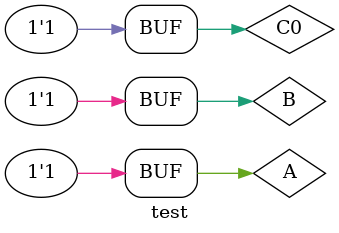
<source format=v>
`timescale 1ns / 1ps


module test;

	// Inputs
	reg A;
	reg B;
	reg C0;

	// Outputs
	wire C1;
	wire F;

	// Instantiate the Unit Under Test (UUT)
	test1 uut (
		.A(A), 
		.B(B), 
		.C0(C0), 
		.C1(C1), 
		.F(F)
	);

	initial begin
		// Initialize Inputs
		A = 0;
		B = 0;
		C0 = 0;

		// Wait 100 ns for global reset to finish
		#100;
        
		// Add stimulus here
		#100;
		A = 0;B = 0;C0 = 0;
		#100;
		A = 0;B = 0;C0 = 1;
		#100;
		A = 0;B = 1;C0 = 0;
		#100;
		A = 0;B = 1;C0 = 1;
		#100;
		A = 1;B = 0;C0 = 0;
		#100;
		A = 1;B = 0;C0 = 1;
		#100;
		A = 1;B = 1;C0 = 0;
		#100;
		A = 1;B = 1;C0 = 1;
	

	end
      
endmodule


</source>
